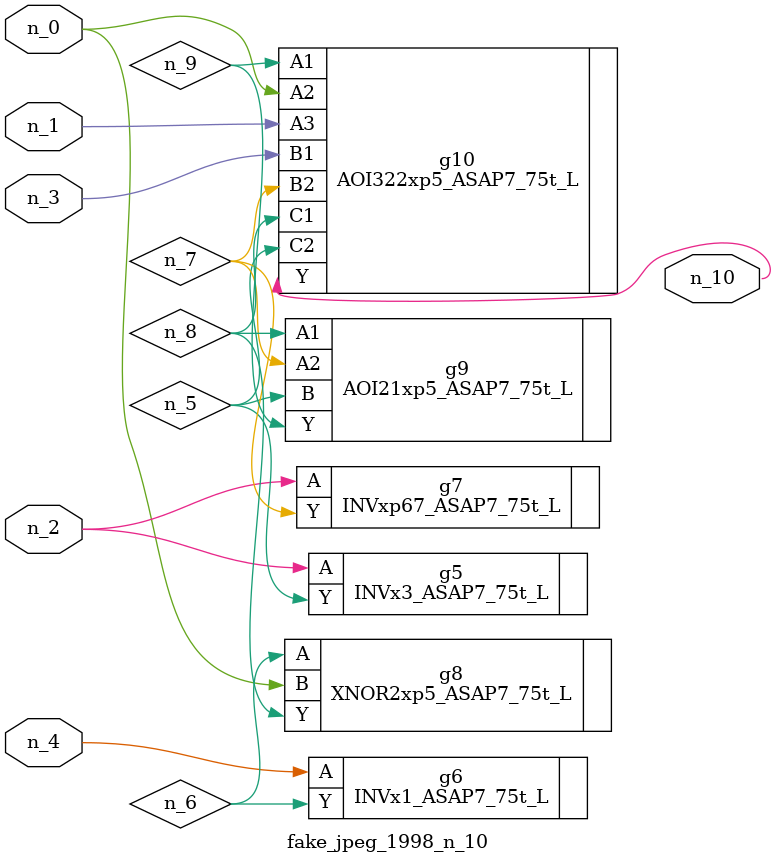
<source format=v>
module fake_jpeg_1998_n_10 (n_3, n_2, n_1, n_0, n_4, n_10);

input n_3;
input n_2;
input n_1;
input n_0;
input n_4;

output n_10;

wire n_8;
wire n_9;
wire n_6;
wire n_5;
wire n_7;

INVx3_ASAP7_75t_L g5 ( 
.A(n_2),
.Y(n_5)
);

INVx1_ASAP7_75t_L g6 ( 
.A(n_4),
.Y(n_6)
);

INVxp67_ASAP7_75t_L g7 ( 
.A(n_2),
.Y(n_7)
);

XNOR2xp5_ASAP7_75t_L g8 ( 
.A(n_6),
.B(n_0),
.Y(n_8)
);

AOI21xp5_ASAP7_75t_L g9 ( 
.A1(n_8),
.A2(n_7),
.B(n_5),
.Y(n_9)
);

AOI322xp5_ASAP7_75t_L g10 ( 
.A1(n_9),
.A2(n_0),
.A3(n_1),
.B1(n_3),
.B2(n_7),
.C1(n_8),
.C2(n_5),
.Y(n_10)
);


endmodule
</source>
